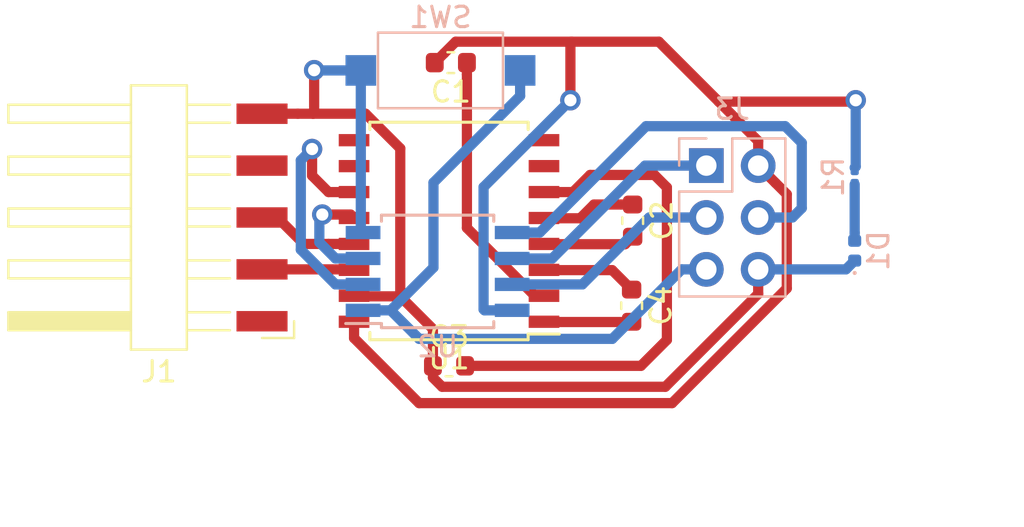
<source format=kicad_pcb>
(kicad_pcb (version 20171130) (host pcbnew 5.0.1-33cea8e~68~ubuntu18.04.1)

  (general
    (thickness 1.6)
    (drawings 6)
    (tracks 116)
    (zones 0)
    (modules 11)
    (nets 24)
  )

  (page A4)
  (layers
    (0 F.Cu signal)
    (31 B.Cu signal)
    (32 B.Adhes user)
    (33 F.Adhes user hide)
    (34 B.Paste user)
    (35 F.Paste user hide)
    (36 B.SilkS user)
    (37 F.SilkS user hide)
    (38 B.Mask user)
    (39 F.Mask user hide)
    (40 Dwgs.User user)
    (41 Cmts.User user)
    (42 Eco1.User user)
    (43 Eco2.User user)
    (44 Edge.Cuts user)
    (45 Margin user)
    (46 B.CrtYd user)
    (47 F.CrtYd user hide)
    (48 B.Fab user)
    (49 F.Fab user hide)
  )

  (setup
    (last_trace_width 0.5)
    (trace_clearance 0.3)
    (zone_clearance 0.508)
    (zone_45_only no)
    (trace_min 0.2)
    (segment_width 0.2)
    (edge_width 0.15)
    (via_size 1)
    (via_drill 0.6)
    (via_min_size 0.4)
    (via_min_drill 0.3)
    (uvia_size 0.3)
    (uvia_drill 0.1)
    (uvias_allowed no)
    (uvia_min_size 0.2)
    (uvia_min_drill 0.1)
    (pcb_text_width 0.3)
    (pcb_text_size 1.5 1.5)
    (mod_edge_width 0.15)
    (mod_text_size 1 1)
    (mod_text_width 0.15)
    (pad_size 1.524 1.524)
    (pad_drill 0.762)
    (pad_to_mask_clearance 0.051)
    (solder_mask_min_width 0.25)
    (aux_axis_origin 124.46 62.5348)
    (visible_elements FFFFFFFF)
    (pcbplotparams
      (layerselection 0x00000_ffffffff)
      (usegerberextensions false)
      (usegerberattributes false)
      (usegerberadvancedattributes false)
      (creategerberjobfile false)
      (excludeedgelayer true)
      (linewidth 0.100000)
      (plotframeref false)
      (viasonmask false)
      (mode 1)
      (useauxorigin true)
      (hpglpennumber 1)
      (hpglpenspeed 20)
      (hpglpendiameter 15.000000)
      (psnegative false)
      (psa4output false)
      (plotreference true)
      (plotvalue true)
      (plotinvisibletext false)
      (padsonsilk false)
      (subtractmaskfromsilk false)
      (outputformat 1)
      (mirror false)
      (drillshape 0)
      (scaleselection 1)
      (outputdirectory "gerber/"))
  )

  (net 0 "")
  (net 1 "Net-(C1-Pad2)")
  (net 2 "Net-(C1-Pad1)")
  (net 3 "Net-(C2-Pad1)")
  (net 4 "Net-(C2-Pad2)")
  (net 5 GND)
  (net 6 "Net-(C3-Pad2)")
  (net 7 "Net-(C4-Pad2)")
  (net 8 "Net-(C4-Pad1)")
  (net 9 "Net-(D1-Pad2)")
  (net 10 "Net-(J1-Pad2)")
  (net 11 "Net-(J3-Pad1)")
  (net 12 "Net-(J3-Pad3)")
  (net 13 "Net-(J3-Pad4)")
  (net 14 "Net-(J3-Pad5)")
  (net 15 "Net-(U1-Pad7)")
  (net 16 "Net-(U1-Pad8)")
  (net 17 "Net-(U1-Pad9)")
  (net 18 "Net-(U1-Pad10)")
  (net 19 "Net-(U1-Pad11)")
  (net 20 "Net-(U1-Pad12)")
  (net 21 "Net-(J1-Pad1)")
  (net 22 "Net-(J1-Pad3)")
  (net 23 "Net-(J1-Pad4)")

  (net_class Default "This is the default net class."
    (clearance 0.3)
    (trace_width 0.5)
    (via_dia 1)
    (via_drill 0.6)
    (uvia_dia 0.3)
    (uvia_drill 0.1)
    (add_net GND)
    (add_net "Net-(C1-Pad1)")
    (add_net "Net-(C1-Pad2)")
    (add_net "Net-(C2-Pad1)")
    (add_net "Net-(C2-Pad2)")
    (add_net "Net-(C3-Pad2)")
    (add_net "Net-(C4-Pad1)")
    (add_net "Net-(C4-Pad2)")
    (add_net "Net-(D1-Pad2)")
    (add_net "Net-(J1-Pad1)")
    (add_net "Net-(J1-Pad2)")
    (add_net "Net-(J1-Pad3)")
    (add_net "Net-(J1-Pad4)")
    (add_net "Net-(J3-Pad1)")
    (add_net "Net-(J3-Pad3)")
    (add_net "Net-(J3-Pad4)")
    (add_net "Net-(J3-Pad5)")
    (add_net "Net-(U1-Pad10)")
    (add_net "Net-(U1-Pad11)")
    (add_net "Net-(U1-Pad12)")
    (add_net "Net-(U1-Pad7)")
    (add_net "Net-(U1-Pad8)")
    (add_net "Net-(U1-Pad9)")
  )

  (module Capacitor_SMD:C_0603_1608Metric (layer F.Cu) (tedit 5B301BBE) (tstamp 5BE6DC12)
    (at 135.5725 45.4025 180)
    (descr "Capacitor SMD 0603 (1608 Metric), square (rectangular) end terminal, IPC_7351 nominal, (Body size source: http://www.tortai-tech.com/upload/download/2011102023233369053.pdf), generated with kicad-footprint-generator")
    (tags capacitor)
    (path /5BDA11D5)
    (attr smd)
    (fp_text reference C1 (at 0 -1.43 180) (layer F.SilkS)
      (effects (font (size 1 1) (thickness 0.15)))
    )
    (fp_text value C (at 0 1.43 180) (layer F.Fab)
      (effects (font (size 1 1) (thickness 0.15)))
    )
    (fp_text user %R (at 0 0 180) (layer F.Fab)
      (effects (font (size 0.4 0.4) (thickness 0.06)))
    )
    (fp_line (start 1.48 0.73) (end -1.48 0.73) (layer F.CrtYd) (width 0.05))
    (fp_line (start 1.48 -0.73) (end 1.48 0.73) (layer F.CrtYd) (width 0.05))
    (fp_line (start -1.48 -0.73) (end 1.48 -0.73) (layer F.CrtYd) (width 0.05))
    (fp_line (start -1.48 0.73) (end -1.48 -0.73) (layer F.CrtYd) (width 0.05))
    (fp_line (start -0.162779 0.51) (end 0.162779 0.51) (layer F.SilkS) (width 0.12))
    (fp_line (start -0.162779 -0.51) (end 0.162779 -0.51) (layer F.SilkS) (width 0.12))
    (fp_line (start 0.8 0.4) (end -0.8 0.4) (layer F.Fab) (width 0.1))
    (fp_line (start 0.8 -0.4) (end 0.8 0.4) (layer F.Fab) (width 0.1))
    (fp_line (start -0.8 -0.4) (end 0.8 -0.4) (layer F.Fab) (width 0.1))
    (fp_line (start -0.8 0.4) (end -0.8 -0.4) (layer F.Fab) (width 0.1))
    (pad 2 smd roundrect (at 0.7875 0 180) (size 0.875 0.95) (layers F.Cu F.Paste F.Mask) (roundrect_rratio 0.25)
      (net 1 "Net-(C1-Pad2)"))
    (pad 1 smd roundrect (at -0.7875 0 180) (size 0.875 0.95) (layers F.Cu F.Paste F.Mask) (roundrect_rratio 0.25)
      (net 2 "Net-(C1-Pad1)"))
    (model ${KISYS3DMOD}/Capacitor_SMD.3dshapes/C_0603_1608Metric.wrl
      (at (xyz 0 0 0))
      (scale (xyz 1 1 1))
      (rotate (xyz 0 0 0))
    )
  )

  (module Capacitor_SMD:C_0603_1608Metric (layer F.Cu) (tedit 5B301BBE) (tstamp 5BE6D1B4)
    (at 144.4752 53.1368 270)
    (descr "Capacitor SMD 0603 (1608 Metric), square (rectangular) end terminal, IPC_7351 nominal, (Body size source: http://www.tortai-tech.com/upload/download/2011102023233369053.pdf), generated with kicad-footprint-generator")
    (tags capacitor)
    (path /5BDA1179)
    (attr smd)
    (fp_text reference C2 (at 0 -1.43 270) (layer F.SilkS)
      (effects (font (size 1 1) (thickness 0.15)))
    )
    (fp_text value C (at 0 1.43 270) (layer F.Fab)
      (effects (font (size 1 1) (thickness 0.15)))
    )
    (fp_line (start -0.8 0.4) (end -0.8 -0.4) (layer F.Fab) (width 0.1))
    (fp_line (start -0.8 -0.4) (end 0.8 -0.4) (layer F.Fab) (width 0.1))
    (fp_line (start 0.8 -0.4) (end 0.8 0.4) (layer F.Fab) (width 0.1))
    (fp_line (start 0.8 0.4) (end -0.8 0.4) (layer F.Fab) (width 0.1))
    (fp_line (start -0.162779 -0.51) (end 0.162779 -0.51) (layer F.SilkS) (width 0.12))
    (fp_line (start -0.162779 0.51) (end 0.162779 0.51) (layer F.SilkS) (width 0.12))
    (fp_line (start -1.48 0.73) (end -1.48 -0.73) (layer F.CrtYd) (width 0.05))
    (fp_line (start -1.48 -0.73) (end 1.48 -0.73) (layer F.CrtYd) (width 0.05))
    (fp_line (start 1.48 -0.73) (end 1.48 0.73) (layer F.CrtYd) (width 0.05))
    (fp_line (start 1.48 0.73) (end -1.48 0.73) (layer F.CrtYd) (width 0.05))
    (fp_text user %R (at 0 0 270) (layer F.Fab)
      (effects (font (size 0.4 0.4) (thickness 0.06)))
    )
    (pad 1 smd roundrect (at -0.7875 0 270) (size 0.875 0.95) (layers F.Cu F.Paste F.Mask) (roundrect_rratio 0.25)
      (net 3 "Net-(C2-Pad1)"))
    (pad 2 smd roundrect (at 0.7875 0 270) (size 0.875 0.95) (layers F.Cu F.Paste F.Mask) (roundrect_rratio 0.25)
      (net 4 "Net-(C2-Pad2)"))
    (model ${KISYS3DMOD}/Capacitor_SMD.3dshapes/C_0603_1608Metric.wrl
      (at (xyz 0 0 0))
      (scale (xyz 1 1 1))
      (rotate (xyz 0 0 0))
    )
  )

  (module Capacitor_SMD:C_0603_1608Metric (layer F.Cu) (tedit 5B301BBE) (tstamp 5BE6D1C5)
    (at 135.4836 60.2488)
    (descr "Capacitor SMD 0603 (1608 Metric), square (rectangular) end terminal, IPC_7351 nominal, (Body size source: http://www.tortai-tech.com/upload/download/2011102023233369053.pdf), generated with kicad-footprint-generator")
    (tags capacitor)
    (path /5BDA107C)
    (attr smd)
    (fp_text reference C3 (at 0 -1.43) (layer F.SilkS)
      (effects (font (size 1 1) (thickness 0.15)))
    )
    (fp_text value C (at 0 1.43) (layer F.Fab)
      (effects (font (size 1 1) (thickness 0.15)))
    )
    (fp_line (start -0.8 0.4) (end -0.8 -0.4) (layer F.Fab) (width 0.1))
    (fp_line (start -0.8 -0.4) (end 0.8 -0.4) (layer F.Fab) (width 0.1))
    (fp_line (start 0.8 -0.4) (end 0.8 0.4) (layer F.Fab) (width 0.1))
    (fp_line (start 0.8 0.4) (end -0.8 0.4) (layer F.Fab) (width 0.1))
    (fp_line (start -0.162779 -0.51) (end 0.162779 -0.51) (layer F.SilkS) (width 0.12))
    (fp_line (start -0.162779 0.51) (end 0.162779 0.51) (layer F.SilkS) (width 0.12))
    (fp_line (start -1.48 0.73) (end -1.48 -0.73) (layer F.CrtYd) (width 0.05))
    (fp_line (start -1.48 -0.73) (end 1.48 -0.73) (layer F.CrtYd) (width 0.05))
    (fp_line (start 1.48 -0.73) (end 1.48 0.73) (layer F.CrtYd) (width 0.05))
    (fp_line (start 1.48 0.73) (end -1.48 0.73) (layer F.CrtYd) (width 0.05))
    (fp_text user %R (at 0 0) (layer F.Fab)
      (effects (font (size 0.4 0.4) (thickness 0.06)))
    )
    (pad 1 smd roundrect (at -0.7875 0) (size 0.875 0.95) (layers F.Cu F.Paste F.Mask) (roundrect_rratio 0.25)
      (net 5 GND))
    (pad 2 smd roundrect (at 0.7875 0) (size 0.875 0.95) (layers F.Cu F.Paste F.Mask) (roundrect_rratio 0.25)
      (net 6 "Net-(C3-Pad2)"))
    (model ${KISYS3DMOD}/Capacitor_SMD.3dshapes/C_0603_1608Metric.wrl
      (at (xyz 0 0 0))
      (scale (xyz 1 1 1))
      (rotate (xyz 0 0 0))
    )
  )

  (module Capacitor_SMD:C_0603_1608Metric (layer F.Cu) (tedit 5B301BBE) (tstamp 5BE6D1D6)
    (at 144.4244 57.3024 270)
    (descr "Capacitor SMD 0603 (1608 Metric), square (rectangular) end terminal, IPC_7351 nominal, (Body size source: http://www.tortai-tech.com/upload/download/2011102023233369053.pdf), generated with kicad-footprint-generator")
    (tags capacitor)
    (path /5BDA113C)
    (attr smd)
    (fp_text reference C4 (at 0 -1.43 270) (layer F.SilkS)
      (effects (font (size 1 1) (thickness 0.15)))
    )
    (fp_text value C (at 0 1.43 270) (layer F.Fab)
      (effects (font (size 1 1) (thickness 0.15)))
    )
    (fp_text user %R (at 0 0 270) (layer F.Fab)
      (effects (font (size 0.4 0.4) (thickness 0.06)))
    )
    (fp_line (start 1.48 0.73) (end -1.48 0.73) (layer F.CrtYd) (width 0.05))
    (fp_line (start 1.48 -0.73) (end 1.48 0.73) (layer F.CrtYd) (width 0.05))
    (fp_line (start -1.48 -0.73) (end 1.48 -0.73) (layer F.CrtYd) (width 0.05))
    (fp_line (start -1.48 0.73) (end -1.48 -0.73) (layer F.CrtYd) (width 0.05))
    (fp_line (start -0.162779 0.51) (end 0.162779 0.51) (layer F.SilkS) (width 0.12))
    (fp_line (start -0.162779 -0.51) (end 0.162779 -0.51) (layer F.SilkS) (width 0.12))
    (fp_line (start 0.8 0.4) (end -0.8 0.4) (layer F.Fab) (width 0.1))
    (fp_line (start 0.8 -0.4) (end 0.8 0.4) (layer F.Fab) (width 0.1))
    (fp_line (start -0.8 -0.4) (end 0.8 -0.4) (layer F.Fab) (width 0.1))
    (fp_line (start -0.8 0.4) (end -0.8 -0.4) (layer F.Fab) (width 0.1))
    (pad 2 smd roundrect (at 0.7875 0 270) (size 0.875 0.95) (layers F.Cu F.Paste F.Mask) (roundrect_rratio 0.25)
      (net 7 "Net-(C4-Pad2)"))
    (pad 1 smd roundrect (at -0.7875 0 270) (size 0.875 0.95) (layers F.Cu F.Paste F.Mask) (roundrect_rratio 0.25)
      (net 8 "Net-(C4-Pad1)"))
    (model ${KISYS3DMOD}/Capacitor_SMD.3dshapes/C_0603_1608Metric.wrl
      (at (xyz 0 0 0))
      (scale (xyz 1 1 1))
      (rotate (xyz 0 0 0))
    )
  )

  (module LED_SMD:LED_0402_1005Metric (layer B.Cu) (tedit 5B301BBE) (tstamp 5BE6F722)
    (at 155.3464 54.61 90)
    (descr "LED SMD 0402 (1005 Metric), square (rectangular) end terminal, IPC_7351 nominal, (Body size source: http://www.tortai-tech.com/upload/download/2011102023233369053.pdf), generated with kicad-footprint-generator")
    (tags LED)
    (path /5BDAC493)
    (attr smd)
    (fp_text reference D1 (at 0 1.17 90) (layer B.SilkS)
      (effects (font (size 1 1) (thickness 0.15)) (justify mirror))
    )
    (fp_text value LED (at 0 -1.17 90) (layer B.Fab)
      (effects (font (size 1 1) (thickness 0.15)) (justify mirror))
    )
    (fp_circle (center -1.09 0) (end -1.04 0) (layer B.SilkS) (width 0.1))
    (fp_line (start -0.5 -0.25) (end -0.5 0.25) (layer B.Fab) (width 0.1))
    (fp_line (start -0.5 0.25) (end 0.5 0.25) (layer B.Fab) (width 0.1))
    (fp_line (start 0.5 0.25) (end 0.5 -0.25) (layer B.Fab) (width 0.1))
    (fp_line (start 0.5 -0.25) (end -0.5 -0.25) (layer B.Fab) (width 0.1))
    (fp_line (start -0.4 -0.25) (end -0.4 0.25) (layer B.Fab) (width 0.1))
    (fp_line (start -0.3 -0.25) (end -0.3 0.25) (layer B.Fab) (width 0.1))
    (fp_line (start -0.93 -0.47) (end -0.93 0.47) (layer B.CrtYd) (width 0.05))
    (fp_line (start -0.93 0.47) (end 0.93 0.47) (layer B.CrtYd) (width 0.05))
    (fp_line (start 0.93 0.47) (end 0.93 -0.47) (layer B.CrtYd) (width 0.05))
    (fp_line (start 0.93 -0.47) (end -0.93 -0.47) (layer B.CrtYd) (width 0.05))
    (fp_text user %R (at 0 0 90) (layer B.Fab)
      (effects (font (size 0.25 0.25) (thickness 0.04)) (justify mirror))
    )
    (pad 1 smd roundrect (at -0.485 0 90) (size 0.59 0.64) (layers B.Cu B.Paste B.Mask) (roundrect_rratio 0.25)
      (net 5 GND))
    (pad 2 smd roundrect (at 0.485 0 90) (size 0.59 0.64) (layers B.Cu B.Paste B.Mask) (roundrect_rratio 0.25)
      (net 9 "Net-(D1-Pad2)"))
    (model ${KISYS3DMOD}/LED_SMD.3dshapes/LED_0402_1005Metric.wrl
      (at (xyz 0 0 0))
      (scale (xyz 1 1 1))
      (rotate (xyz 0 0 0))
    )
  )

  (module Resistor_SMD:R_0201_0603Metric (layer B.Cu) (tedit 5B301BBD) (tstamp 5BE6E275)
    (at 155.3464 51.0032 270)
    (descr "Resistor SMD 0201 (0603 Metric), square (rectangular) end terminal, IPC_7351 nominal, (Body size source: https://www.vishay.com/docs/20052/crcw0201e3.pdf), generated with kicad-footprint-generator")
    (tags resistor)
    (path /5BDAC5B4)
    (attr smd)
    (fp_text reference R1 (at 0 1.05 270) (layer B.SilkS)
      (effects (font (size 1 1) (thickness 0.15)) (justify mirror))
    )
    (fp_text value R (at 0 -1.05 270) (layer B.Fab)
      (effects (font (size 1 1) (thickness 0.15)) (justify mirror))
    )
    (fp_line (start -0.3 -0.15) (end -0.3 0.15) (layer B.Fab) (width 0.1))
    (fp_line (start -0.3 0.15) (end 0.3 0.15) (layer B.Fab) (width 0.1))
    (fp_line (start 0.3 0.15) (end 0.3 -0.15) (layer B.Fab) (width 0.1))
    (fp_line (start 0.3 -0.15) (end -0.3 -0.15) (layer B.Fab) (width 0.1))
    (fp_line (start -0.7 -0.35) (end -0.7 0.35) (layer B.CrtYd) (width 0.05))
    (fp_line (start -0.7 0.35) (end 0.7 0.35) (layer B.CrtYd) (width 0.05))
    (fp_line (start 0.7 0.35) (end 0.7 -0.35) (layer B.CrtYd) (width 0.05))
    (fp_line (start 0.7 -0.35) (end -0.7 -0.35) (layer B.CrtYd) (width 0.05))
    (fp_text user %R (at 0 0.68 270) (layer B.Fab)
      (effects (font (size 0.25 0.25) (thickness 0.04)) (justify mirror))
    )
    (pad "" smd roundrect (at -0.345 0 270) (size 0.318 0.36) (layers B.Paste) (roundrect_rratio 0.25))
    (pad "" smd roundrect (at 0.345 0 270) (size 0.318 0.36) (layers B.Paste) (roundrect_rratio 0.25))
    (pad 1 smd roundrect (at -0.32 0 270) (size 0.46 0.4) (layers B.Cu B.Mask) (roundrect_rratio 0.25)
      (net 1 "Net-(C1-Pad2)"))
    (pad 2 smd roundrect (at 0.32 0 270) (size 0.46 0.4) (layers B.Cu B.Mask) (roundrect_rratio 0.25)
      (net 9 "Net-(D1-Pad2)"))
    (model ${KISYS3DMOD}/Resistor_SMD.3dshapes/R_0201_0603Metric.wrl
      (at (xyz 0 0 0))
      (scale (xyz 1 1 1))
      (rotate (xyz 0 0 0))
    )
  )

  (module Button_Switch_SMD:SW_SPST_CK_RS282G05A3 (layer B.Cu) (tedit 5A7A67D2) (tstamp 5BE6D29B)
    (at 135.0645 45.7835 180)
    (descr https://www.mouser.com/ds/2/60/RS-282G05A-SM_RT-1159762.pdf)
    (tags "SPST button tactile switch")
    (path /5BDAC8D8)
    (attr smd)
    (fp_text reference SW1 (at 0 2.6 180) (layer B.SilkS)
      (effects (font (size 1 1) (thickness 0.15)) (justify mirror))
    )
    (fp_text value SW_Push (at 0 -3 180) (layer B.Fab)
      (effects (font (size 1 1) (thickness 0.15)) (justify mirror))
    )
    (fp_line (start -4.9 -2.05) (end -4.9 2.05) (layer B.CrtYd) (width 0.05))
    (fp_line (start 4.9 -2.05) (end -4.9 -2.05) (layer B.CrtYd) (width 0.05))
    (fp_line (start 4.9 2.05) (end 4.9 -2.05) (layer B.CrtYd) (width 0.05))
    (fp_line (start -4.9 2.05) (end 4.9 2.05) (layer B.CrtYd) (width 0.05))
    (fp_text user %R (at 0 2.6 180) (layer B.Fab)
      (effects (font (size 1 1) (thickness 0.15)) (justify mirror))
    )
    (fp_line (start -1.75 1) (end 1.75 1) (layer B.Fab) (width 0.1))
    (fp_line (start 1.75 1) (end 1.75 -1) (layer B.Fab) (width 0.1))
    (fp_line (start 1.75 -1) (end -1.75 -1) (layer B.Fab) (width 0.1))
    (fp_line (start -1.75 -1) (end -1.75 1) (layer B.Fab) (width 0.1))
    (fp_line (start -3.06 1.85) (end 3.06 1.85) (layer B.SilkS) (width 0.12))
    (fp_line (start 3.06 1.85) (end 3.06 -1.85) (layer B.SilkS) (width 0.12))
    (fp_line (start 3.06 -1.85) (end -3.06 -1.85) (layer B.SilkS) (width 0.12))
    (fp_line (start -3.06 -1.85) (end -3.06 1.85) (layer B.SilkS) (width 0.12))
    (fp_line (start -1.5 -0.8) (end 1.5 -0.8) (layer B.Fab) (width 0.1))
    (fp_line (start -1.5 0.8) (end 1.5 0.8) (layer B.Fab) (width 0.1))
    (fp_line (start 1.5 0.8) (end 1.5 -0.8) (layer B.Fab) (width 0.1))
    (fp_line (start -1.5 0.8) (end -1.5 -0.8) (layer B.Fab) (width 0.1))
    (fp_line (start -3 -1.8) (end 3 -1.8) (layer B.Fab) (width 0.1))
    (fp_line (start -3 1.8) (end 3 1.8) (layer B.Fab) (width 0.1))
    (fp_line (start -3 1.8) (end -3 -1.8) (layer B.Fab) (width 0.1))
    (fp_line (start 3 1.8) (end 3 -1.8) (layer B.Fab) (width 0.1))
    (pad 1 smd rect (at -3.9 0 180) (size 1.5 1.5) (layers B.Cu B.Paste B.Mask)
      (net 14 "Net-(J3-Pad5)"))
    (pad 2 smd rect (at 3.9 0 180) (size 1.5 1.5) (layers B.Cu B.Paste B.Mask)
      (net 5 GND))
    (model ${KISYS3DMOD}/Button_Switch_SMD.3dshapes/SW_SPST_CK_RS282G05A3.wrl
      (at (xyz 0 0 0))
      (scale (xyz 1 1 1))
      (rotate (xyz 0 0 0))
    )
  )

  (module Package_SO:SOIJ-8_5.3x5.3mm_P1.27mm (layer B.Cu) (tedit 5A02F2D3) (tstamp 5BE6D797)
    (at 134.9248 55.626)
    (descr "8-Lead Plastic Small Outline (SM) - Medium, 5.28 mm Body [SOIC] (see Microchip Packaging Specification 00000049BS.pdf)")
    (tags "SOIC 1.27")
    (path /5BDA078C)
    (attr smd)
    (fp_text reference U2 (at 0 3.68) (layer B.SilkS)
      (effects (font (size 1 1) (thickness 0.15)) (justify mirror))
    )
    (fp_text value ATtiny85V-10SU (at 0 -3.68) (layer B.Fab)
      (effects (font (size 1 1) (thickness 0.15)) (justify mirror))
    )
    (fp_text user %R (at 0 0) (layer B.Fab)
      (effects (font (size 1 1) (thickness 0.15)) (justify mirror))
    )
    (fp_line (start -1.65 2.65) (end 2.65 2.65) (layer B.Fab) (width 0.15))
    (fp_line (start 2.65 2.65) (end 2.65 -2.65) (layer B.Fab) (width 0.15))
    (fp_line (start 2.65 -2.65) (end -2.65 -2.65) (layer B.Fab) (width 0.15))
    (fp_line (start -2.65 -2.65) (end -2.65 1.65) (layer B.Fab) (width 0.15))
    (fp_line (start -2.65 1.65) (end -1.65 2.65) (layer B.Fab) (width 0.15))
    (fp_line (start -4.75 2.95) (end -4.75 -2.95) (layer B.CrtYd) (width 0.05))
    (fp_line (start 4.75 2.95) (end 4.75 -2.95) (layer B.CrtYd) (width 0.05))
    (fp_line (start -4.75 2.95) (end 4.75 2.95) (layer B.CrtYd) (width 0.05))
    (fp_line (start -4.75 -2.95) (end 4.75 -2.95) (layer B.CrtYd) (width 0.05))
    (fp_line (start -2.75 2.755) (end -2.75 2.55) (layer B.SilkS) (width 0.15))
    (fp_line (start 2.75 2.755) (end 2.75 2.455) (layer B.SilkS) (width 0.15))
    (fp_line (start 2.75 -2.755) (end 2.75 -2.455) (layer B.SilkS) (width 0.15))
    (fp_line (start -2.75 -2.755) (end -2.75 -2.455) (layer B.SilkS) (width 0.15))
    (fp_line (start -2.75 2.755) (end 2.75 2.755) (layer B.SilkS) (width 0.15))
    (fp_line (start -2.75 -2.755) (end 2.75 -2.755) (layer B.SilkS) (width 0.15))
    (fp_line (start -2.75 2.55) (end -4.5 2.55) (layer B.SilkS) (width 0.15))
    (pad 1 smd rect (at -3.65 1.905) (size 1.7 0.65) (layers B.Cu B.Paste B.Mask)
      (net 14 "Net-(J3-Pad5)"))
    (pad 2 smd rect (at -3.65 0.635) (size 1.7 0.65) (layers B.Cu B.Paste B.Mask)
      (net 19 "Net-(U1-Pad11)"))
    (pad 3 smd rect (at -3.65 -0.635) (size 1.7 0.65) (layers B.Cu B.Paste B.Mask)
      (net 20 "Net-(U1-Pad12)"))
    (pad 4 smd rect (at -3.65 -1.905) (size 1.7 0.65) (layers B.Cu B.Paste B.Mask)
      (net 5 GND))
    (pad 5 smd rect (at 3.65 -1.905) (size 1.7 0.65) (layers B.Cu B.Paste B.Mask)
      (net 13 "Net-(J3-Pad4)"))
    (pad 6 smd rect (at 3.65 -0.635) (size 1.7 0.65) (layers B.Cu B.Paste B.Mask)
      (net 11 "Net-(J3-Pad1)"))
    (pad 7 smd rect (at 3.65 0.635) (size 1.7 0.65) (layers B.Cu B.Paste B.Mask)
      (net 12 "Net-(J3-Pad3)"))
    (pad 8 smd rect (at 3.65 1.905) (size 1.7 0.65) (layers B.Cu B.Paste B.Mask)
      (net 1 "Net-(C1-Pad2)"))
    (model ${KISYS3DMOD}/Package_SO.3dshapes/SOIJ-8_5.3x5.3mm_P1.27mm.wrl
      (at (xyz 0 0 0))
      (scale (xyz 1 1 1))
      (rotate (xyz 0 0 0))
    )
  )

  (module Connector_PinSocket_2.54mm:PinSocket_2x03_P2.54mm_Vertical (layer B.Cu) (tedit 5A19A425) (tstamp 5BE6EE41)
    (at 148.082 50.4444 180)
    (descr "Through hole straight socket strip, 2x03, 2.54mm pitch, double cols (from Kicad 4.0.7), script generated")
    (tags "Through hole socket strip THT 2x03 2.54mm double row")
    (path /5BDA0BD7)
    (fp_text reference J3 (at -1.27 2.77 180) (layer B.SilkS)
      (effects (font (size 1 1) (thickness 0.15)) (justify mirror))
    )
    (fp_text value ISP (at -1.27 -7.85 180) (layer B.Fab)
      (effects (font (size 1 1) (thickness 0.15)) (justify mirror))
    )
    (fp_line (start -3.81 1.27) (end 0.27 1.27) (layer B.Fab) (width 0.1))
    (fp_line (start 0.27 1.27) (end 1.27 0.27) (layer B.Fab) (width 0.1))
    (fp_line (start 1.27 0.27) (end 1.27 -6.35) (layer B.Fab) (width 0.1))
    (fp_line (start 1.27 -6.35) (end -3.81 -6.35) (layer B.Fab) (width 0.1))
    (fp_line (start -3.81 -6.35) (end -3.81 1.27) (layer B.Fab) (width 0.1))
    (fp_line (start -3.87 1.33) (end -1.27 1.33) (layer B.SilkS) (width 0.12))
    (fp_line (start -3.87 1.33) (end -3.87 -6.41) (layer B.SilkS) (width 0.12))
    (fp_line (start -3.87 -6.41) (end 1.33 -6.41) (layer B.SilkS) (width 0.12))
    (fp_line (start 1.33 -1.27) (end 1.33 -6.41) (layer B.SilkS) (width 0.12))
    (fp_line (start -1.27 -1.27) (end 1.33 -1.27) (layer B.SilkS) (width 0.12))
    (fp_line (start -1.27 1.33) (end -1.27 -1.27) (layer B.SilkS) (width 0.12))
    (fp_line (start 1.33 1.33) (end 1.33 0) (layer B.SilkS) (width 0.12))
    (fp_line (start 0 1.33) (end 1.33 1.33) (layer B.SilkS) (width 0.12))
    (fp_line (start -4.34 1.8) (end 1.76 1.8) (layer B.CrtYd) (width 0.05))
    (fp_line (start 1.76 1.8) (end 1.76 -6.85) (layer B.CrtYd) (width 0.05))
    (fp_line (start 1.76 -6.85) (end -4.34 -6.85) (layer B.CrtYd) (width 0.05))
    (fp_line (start -4.34 -6.85) (end -4.34 1.8) (layer B.CrtYd) (width 0.05))
    (fp_text user %R (at -1.27 -2.54 90) (layer B.Fab)
      (effects (font (size 1 1) (thickness 0.15)) (justify mirror))
    )
    (pad 1 thru_hole rect (at 0 0 180) (size 1.7 1.7) (drill 1) (layers *.Cu *.Mask)
      (net 11 "Net-(J3-Pad1)"))
    (pad 2 thru_hole oval (at -2.54 0 180) (size 1.7 1.7) (drill 1) (layers *.Cu *.Mask)
      (net 1 "Net-(C1-Pad2)"))
    (pad 3 thru_hole oval (at 0 -2.54 180) (size 1.7 1.7) (drill 1) (layers *.Cu *.Mask)
      (net 12 "Net-(J3-Pad3)"))
    (pad 4 thru_hole oval (at -2.54 -2.54 180) (size 1.7 1.7) (drill 1) (layers *.Cu *.Mask)
      (net 13 "Net-(J3-Pad4)"))
    (pad 5 thru_hole oval (at 0 -5.08 180) (size 1.7 1.7) (drill 1) (layers *.Cu *.Mask)
      (net 14 "Net-(J3-Pad5)"))
    (pad 6 thru_hole oval (at -2.54 -5.08 180) (size 1.7 1.7) (drill 1) (layers *.Cu *.Mask)
      (net 5 GND))
    (model ${KISYS3DMOD}/Connector_PinSocket_2.54mm.3dshapes/PinSocket_2x03_P2.54mm_Vertical.wrl
      (at (xyz 0 0 0))
      (scale (xyz 1 1 1))
      (rotate (xyz 0 0 0))
    )
  )

  (module Connector_Harwin:Harwin_M20-89005xx_1x05_P2.54mm_Horizontal (layer F.Cu) (tedit 5B154A07) (tstamp 5BE6EFD6)
    (at 120.8024 52.9844 180)
    (descr "Harwin Male Horizontal Surface Mount Single Row 2.54mm (0.1 inch) Pitch PCB Connector, M20-89005xx, 5 Pins per row (https://cdn.harwin.com/pdfs/M20-890.pdf), generated with kicad-footprint-generator")
    (tags "connector Harwin M20-890 horizontal")
    (path /5BDBDA72)
    (attr smd)
    (fp_text reference J1 (at -0.48 -7.55 180) (layer F.SilkS)
      (effects (font (size 1 1) (thickness 0.15)))
    )
    (fp_text value rs232 (at -0.48 7.55 180) (layer F.Fab)
      (effects (font (size 1 1) (thickness 0.15)))
    )
    (fp_text user %R (at -0.48 0 270) (layer F.Fab)
      (effects (font (size 1 1) (thickness 0.15)))
    )
    (fp_line (start -7.28 6.85) (end -7.28 -6.85) (layer F.CrtYd) (width 0.05))
    (fp_line (start 7.28 6.85) (end -7.28 6.85) (layer F.CrtYd) (width 0.05))
    (fp_line (start 7.28 -6.85) (end 7.28 6.85) (layer F.CrtYd) (width 0.05))
    (fp_line (start -7.28 -6.85) (end 7.28 -6.85) (layer F.CrtYd) (width 0.05))
    (fp_line (start -7.095 -5.9) (end -5.525 -5.9) (layer F.SilkS) (width 0.12))
    (fp_line (start -7.095 -5.08) (end -7.095 -5.9) (layer F.SilkS) (width 0.12))
    (fp_line (start 6.895 5.52) (end 0.895 5.52) (layer F.SilkS) (width 0.12))
    (fp_line (start 6.895 4.64) (end 6.895 5.52) (layer F.SilkS) (width 0.12))
    (fp_line (start 0.895 4.64) (end 6.895 4.64) (layer F.SilkS) (width 0.12))
    (fp_line (start -3.955 5.52) (end -1.845 5.52) (layer F.SilkS) (width 0.12))
    (fp_line (start -3.955 4.64) (end -1.845 4.64) (layer F.SilkS) (width 0.12))
    (fp_line (start 6.895 2.98) (end 0.895 2.98) (layer F.SilkS) (width 0.12))
    (fp_line (start 6.895 2.1) (end 6.895 2.98) (layer F.SilkS) (width 0.12))
    (fp_line (start 0.895 2.1) (end 6.895 2.1) (layer F.SilkS) (width 0.12))
    (fp_line (start -3.955 2.98) (end -1.845 2.98) (layer F.SilkS) (width 0.12))
    (fp_line (start -3.955 2.1) (end -1.845 2.1) (layer F.SilkS) (width 0.12))
    (fp_line (start 6.895 0.44) (end 0.895 0.44) (layer F.SilkS) (width 0.12))
    (fp_line (start 6.895 -0.44) (end 6.895 0.44) (layer F.SilkS) (width 0.12))
    (fp_line (start 0.895 -0.44) (end 6.895 -0.44) (layer F.SilkS) (width 0.12))
    (fp_line (start -3.955 0.44) (end -1.845 0.44) (layer F.SilkS) (width 0.12))
    (fp_line (start -3.955 -0.44) (end -1.845 -0.44) (layer F.SilkS) (width 0.12))
    (fp_line (start 6.895 -2.1) (end 0.895 -2.1) (layer F.SilkS) (width 0.12))
    (fp_line (start 6.895 -2.98) (end 6.895 -2.1) (layer F.SilkS) (width 0.12))
    (fp_line (start 0.895 -2.98) (end 6.895 -2.98) (layer F.SilkS) (width 0.12))
    (fp_line (start -3.955 -2.1) (end -1.845 -2.1) (layer F.SilkS) (width 0.12))
    (fp_line (start -3.955 -2.98) (end -1.845 -2.98) (layer F.SilkS) (width 0.12))
    (fp_line (start 6.895 -4.64) (end 0.895 -4.64) (layer F.SilkS) (width 0.12))
    (fp_line (start 6.895 -5.52) (end 6.895 -4.64) (layer F.SilkS) (width 0.12))
    (fp_line (start 0.895 -5.52) (end 6.895 -5.52) (layer F.SilkS) (width 0.12))
    (fp_line (start -3.955 -4.64) (end -1.845 -4.64) (layer F.SilkS) (width 0.12))
    (fp_line (start -3.955 -5.52) (end -1.845 -5.52) (layer F.SilkS) (width 0.12))
    (fp_line (start -1.845 6.47) (end -1.845 -6.47) (layer F.SilkS) (width 0.12))
    (fp_line (start 0.895 6.47) (end -1.845 6.47) (layer F.SilkS) (width 0.12))
    (fp_line (start 0.895 -6.47) (end 0.895 6.47) (layer F.SilkS) (width 0.12))
    (fp_line (start -1.845 -6.47) (end 0.895 -6.47) (layer F.SilkS) (width 0.12))
    (fp_line (start -1.725 6.35) (end -1.725 -5.95) (layer F.Fab) (width 0.1))
    (fp_line (start 0.775 6.35) (end -1.725 6.35) (layer F.Fab) (width 0.1))
    (fp_line (start 0.775 -6.35) (end 0.775 6.35) (layer F.Fab) (width 0.1))
    (fp_line (start -1.325 -6.35) (end 0.775 -6.35) (layer F.Fab) (width 0.1))
    (fp_line (start -1.725 -5.95) (end -1.325 -6.35) (layer F.Fab) (width 0.1))
    (fp_line (start 6.775 5.4) (end 0.775 5.4) (layer F.Fab) (width 0.1))
    (fp_line (start 6.775 4.76) (end 6.775 5.4) (layer F.Fab) (width 0.1))
    (fp_line (start 0.775 4.76) (end 6.775 4.76) (layer F.Fab) (width 0.1))
    (fp_line (start -6.425 5.4) (end -1.725 5.4) (layer F.Fab) (width 0.1))
    (fp_line (start -6.425 4.76) (end -6.425 5.4) (layer F.Fab) (width 0.1))
    (fp_line (start -1.725 4.76) (end -6.425 4.76) (layer F.Fab) (width 0.1))
    (fp_line (start 6.775 2.86) (end 0.775 2.86) (layer F.Fab) (width 0.1))
    (fp_line (start 6.775 2.22) (end 6.775 2.86) (layer F.Fab) (width 0.1))
    (fp_line (start 0.775 2.22) (end 6.775 2.22) (layer F.Fab) (width 0.1))
    (fp_line (start -6.425 2.86) (end -1.725 2.86) (layer F.Fab) (width 0.1))
    (fp_line (start -6.425 2.22) (end -6.425 2.86) (layer F.Fab) (width 0.1))
    (fp_line (start -1.725 2.22) (end -6.425 2.22) (layer F.Fab) (width 0.1))
    (fp_line (start 6.775 0.32) (end 0.775 0.32) (layer F.Fab) (width 0.1))
    (fp_line (start 6.775 -0.32) (end 6.775 0.32) (layer F.Fab) (width 0.1))
    (fp_line (start 0.775 -0.32) (end 6.775 -0.32) (layer F.Fab) (width 0.1))
    (fp_line (start -6.425 0.32) (end -1.725 0.32) (layer F.Fab) (width 0.1))
    (fp_line (start -6.425 -0.32) (end -6.425 0.32) (layer F.Fab) (width 0.1))
    (fp_line (start -1.725 -0.32) (end -6.425 -0.32) (layer F.Fab) (width 0.1))
    (fp_line (start 6.775 -2.22) (end 0.775 -2.22) (layer F.Fab) (width 0.1))
    (fp_line (start 6.775 -2.86) (end 6.775 -2.22) (layer F.Fab) (width 0.1))
    (fp_line (start 0.775 -2.86) (end 6.775 -2.86) (layer F.Fab) (width 0.1))
    (fp_line (start -6.425 -2.22) (end -1.725 -2.22) (layer F.Fab) (width 0.1))
    (fp_line (start -6.425 -2.86) (end -6.425 -2.22) (layer F.Fab) (width 0.1))
    (fp_line (start -1.725 -2.86) (end -6.425 -2.86) (layer F.Fab) (width 0.1))
    (fp_line (start 6.775 -4.76) (end 0.775 -4.76) (layer F.Fab) (width 0.1))
    (fp_line (start 6.775 -5.4) (end 6.775 -4.76) (layer F.Fab) (width 0.1))
    (fp_line (start 0.775 -5.4) (end 6.775 -5.4) (layer F.Fab) (width 0.1))
    (fp_line (start -6.425 -4.76) (end -1.725 -4.76) (layer F.Fab) (width 0.1))
    (fp_line (start -6.425 -5.4) (end -6.425 -4.76) (layer F.Fab) (width 0.1))
    (fp_line (start -1.725 -5.4) (end -6.425 -5.4) (layer F.Fab) (width 0.1))
    (pad "" smd rect (at 3.895 -5.08 180) (size 6 0.76) (layers F.SilkS))
    (pad 5 smd rect (at -5.525 5.08 180) (size 2.5 1) (layers F.Cu F.Paste F.Mask)
      (net 5 GND))
    (pad 4 smd rect (at -5.525 2.54 180) (size 2.5 1) (layers F.Cu F.Paste F.Mask)
      (net 23 "Net-(J1-Pad4)"))
    (pad 3 smd rect (at -5.525 0 180) (size 2.5 1) (layers F.Cu F.Paste F.Mask)
      (net 22 "Net-(J1-Pad3)"))
    (pad 2 smd rect (at -5.525 -2.54 180) (size 2.5 1) (layers F.Cu F.Paste F.Mask)
      (net 10 "Net-(J1-Pad2)"))
    (pad 1 smd rect (at -5.525 -5.08 180) (size 2.5 1) (layers F.Cu F.Paste F.Mask)
      (net 21 "Net-(J1-Pad1)"))
    (model ${KISYS3DMOD}/Connector_Harwin.3dshapes/Harwin_M20-89005xx_1x05_P2.54mm_Horizontal.wrl
      (at (xyz 0 0 0))
      (scale (xyz 1 1 1))
      (rotate (xyz 0 0 0))
    )
  )

  (module Package_SO:SOIC-16W_7.5x10.3mm_P1.27mm (layer F.Cu) (tedit 5A02F2D3) (tstamp 5BE6FE73)
    (at 135.4836 53.6448 180)
    (descr "16-Lead Plastic Small Outline (SO) - Wide, 7.50 mm Body [SOIC] (see Microchip Packaging Specification 00000049BS.pdf)")
    (tags "SOIC 1.27")
    (path /5BDA04B2)
    (attr smd)
    (fp_text reference U1 (at 0 -6.25 180) (layer F.SilkS)
      (effects (font (size 1 1) (thickness 0.15)))
    )
    (fp_text value MAX232 (at 0 6.25 180) (layer F.Fab)
      (effects (font (size 1 1) (thickness 0.15)))
    )
    (fp_text user %R (at 0 0 180) (layer F.Fab)
      (effects (font (size 1 1) (thickness 0.15)))
    )
    (fp_line (start -2.75 -5.15) (end 3.75 -5.15) (layer F.Fab) (width 0.15))
    (fp_line (start 3.75 -5.15) (end 3.75 5.15) (layer F.Fab) (width 0.15))
    (fp_line (start 3.75 5.15) (end -3.75 5.15) (layer F.Fab) (width 0.15))
    (fp_line (start -3.75 5.15) (end -3.75 -4.15) (layer F.Fab) (width 0.15))
    (fp_line (start -3.75 -4.15) (end -2.75 -5.15) (layer F.Fab) (width 0.15))
    (fp_line (start -5.65 -5.5) (end -5.65 5.5) (layer F.CrtYd) (width 0.05))
    (fp_line (start 5.65 -5.5) (end 5.65 5.5) (layer F.CrtYd) (width 0.05))
    (fp_line (start -5.65 -5.5) (end 5.65 -5.5) (layer F.CrtYd) (width 0.05))
    (fp_line (start -5.65 5.5) (end 5.65 5.5) (layer F.CrtYd) (width 0.05))
    (fp_line (start -3.875 -5.325) (end -3.875 -5.05) (layer F.SilkS) (width 0.15))
    (fp_line (start 3.875 -5.325) (end 3.875 -4.97) (layer F.SilkS) (width 0.15))
    (fp_line (start 3.875 5.325) (end 3.875 4.97) (layer F.SilkS) (width 0.15))
    (fp_line (start -3.875 5.325) (end -3.875 4.97) (layer F.SilkS) (width 0.15))
    (fp_line (start -3.875 -5.325) (end 3.875 -5.325) (layer F.SilkS) (width 0.15))
    (fp_line (start -3.875 5.325) (end 3.875 5.325) (layer F.SilkS) (width 0.15))
    (fp_line (start -3.875 -5.05) (end -5.4 -5.05) (layer F.SilkS) (width 0.15))
    (pad 1 smd rect (at -4.65 -4.445 180) (size 1.5 0.6) (layers F.Cu F.Paste F.Mask)
      (net 7 "Net-(C4-Pad2)"))
    (pad 2 smd rect (at -4.65 -3.175 180) (size 1.5 0.6) (layers F.Cu F.Paste F.Mask)
      (net 2 "Net-(C1-Pad1)"))
    (pad 3 smd rect (at -4.65 -1.905 180) (size 1.5 0.6) (layers F.Cu F.Paste F.Mask)
      (net 8 "Net-(C4-Pad1)"))
    (pad 4 smd rect (at -4.65 -0.635 180) (size 1.5 0.6) (layers F.Cu F.Paste F.Mask)
      (net 4 "Net-(C2-Pad2)"))
    (pad 5 smd rect (at -4.65 0.635 180) (size 1.5 0.6) (layers F.Cu F.Paste F.Mask)
      (net 3 "Net-(C2-Pad1)"))
    (pad 6 smd rect (at -4.65 1.905 180) (size 1.5 0.6) (layers F.Cu F.Paste F.Mask)
      (net 6 "Net-(C3-Pad2)"))
    (pad 7 smd rect (at -4.65 3.175 180) (size 1.5 0.6) (layers F.Cu F.Paste F.Mask)
      (net 15 "Net-(U1-Pad7)"))
    (pad 8 smd rect (at -4.65 4.445 180) (size 1.5 0.6) (layers F.Cu F.Paste F.Mask)
      (net 16 "Net-(U1-Pad8)"))
    (pad 9 smd rect (at 4.65 4.445 180) (size 1.5 0.6) (layers F.Cu F.Paste F.Mask)
      (net 17 "Net-(U1-Pad9)"))
    (pad 10 smd rect (at 4.65 3.175 180) (size 1.5 0.6) (layers F.Cu F.Paste F.Mask)
      (net 18 "Net-(U1-Pad10)"))
    (pad 11 smd rect (at 4.65 1.905 180) (size 1.5 0.6) (layers F.Cu F.Paste F.Mask)
      (net 19 "Net-(U1-Pad11)"))
    (pad 12 smd rect (at 4.65 0.635 180) (size 1.5 0.6) (layers F.Cu F.Paste F.Mask)
      (net 20 "Net-(U1-Pad12)"))
    (pad 13 smd rect (at 4.65 -0.635 180) (size 1.5 0.6) (layers F.Cu F.Paste F.Mask)
      (net 22 "Net-(J1-Pad3)"))
    (pad 14 smd rect (at 4.65 -1.905 180) (size 1.5 0.6) (layers F.Cu F.Paste F.Mask)
      (net 10 "Net-(J1-Pad2)"))
    (pad 15 smd rect (at 4.65 -3.175 180) (size 1.5 0.6) (layers F.Cu F.Paste F.Mask)
      (net 5 GND))
    (pad 16 smd rect (at 4.65 -4.445 180) (size 1.5 0.6) (layers F.Cu F.Paste F.Mask)
      (net 1 "Net-(C1-Pad2)"))
    (model ${KISYS3DMOD}/Package_SO.3dshapes/SOIC-16W_7.5x10.3mm_P1.27mm.wrl
      (at (xyz 0 0 0))
      (scale (xyz 1 1 1))
      (rotate (xyz 0 0 0))
    )
  )

  (dimension 18.8976 (width 0.3) (layer Margin)
    (gr_text "18,898 mm" (at 161.7136 53.086 90) (layer Margin)
      (effects (font (size 1.5 1.5) (thickness 0.3)))
    )
    (feature1 (pts (xy 157.0228 43.6372) (xy 160.200021 43.6372)))
    (feature2 (pts (xy 157.0228 62.5348) (xy 160.200021 62.5348)))
    (crossbar (pts (xy 159.6136 62.5348) (xy 159.6136 43.6372)))
    (arrow1a (pts (xy 159.6136 43.6372) (xy 160.200021 44.763704)))
    (arrow1b (pts (xy 159.6136 43.6372) (xy 159.027179 44.763704)))
    (arrow2a (pts (xy 159.6136 62.5348) (xy 160.200021 61.408296)))
    (arrow2b (pts (xy 159.6136 62.5348) (xy 159.027179 61.408296)))
  )
  (dimension 31.496041 (width 0.3) (layer Margin)
    (gr_text "31,496 mm" (at 140.198468 69.486105 359.9075875) (layer Margin)
      (effects (font (size 1.5 1.5) (thickness 0.3)))
    )
    (feature1 (pts (xy 155.956 63.6016) (xy 155.948909 67.997928)))
    (feature2 (pts (xy 124.46 63.5508) (xy 124.452909 67.947128)))
    (crossbar (pts (xy 124.453855 67.360708) (xy 155.949855 67.411508)))
    (arrow1a (pts (xy 155.949855 67.411508) (xy 154.822407 67.996111)))
    (arrow1b (pts (xy 155.949855 67.411508) (xy 154.824299 66.823271)))
    (arrow2a (pts (xy 124.453855 67.360708) (xy 125.579411 67.948945)))
    (arrow2b (pts (xy 124.453855 67.360708) (xy 125.581303 66.776105)))
  )
  (gr_line (start 155.9052 62.5348) (end 124.4092 62.5856) (layer Margin) (width 0.2))
  (gr_line (start 155.9052 43.6372) (end 155.9052 62.5348) (layer Margin) (width 0.2))
  (gr_line (start 124.4092 43.6372) (end 155.9052 43.6372) (layer Margin) (width 0.2))
  (gr_line (start 124.46 62.5348) (end 124.4092 43.6372) (layer Margin) (width 0.2))

  (segment (start 135.81001 44.37749) (end 135.246612 44.940888) (width 0.5) (layer F.Cu) (net 1))
  (segment (start 135.246612 44.940888) (end 134.785 45.4025) (width 0.5) (layer F.Cu) (net 1))
  (segment (start 150.622 50.4444) (end 150.622 49.242319) (width 0.5) (layer F.Cu) (net 1))
  (segment (start 137.174799 51.496401) (end 141.4272 47.244) (width 0.5) (layer B.Cu) (net 1))
  (segment (start 137.174799 57.480999) (end 137.174799 51.496401) (width 0.5) (layer B.Cu) (net 1))
  (via (at 141.4272 47.244) (size 1) (drill 0.6) (layers F.Cu B.Cu) (net 1))
  (segment (start 138.5748 57.531) (end 137.2248 57.531) (width 0.5) (layer B.Cu) (net 1))
  (segment (start 137.2248 57.531) (end 137.174799 57.480999) (width 0.5) (layer B.Cu) (net 1))
  (segment (start 141.4272 47.244) (end 141.4272 44.42829) (width 0.5) (layer F.Cu) (net 1))
  (segment (start 141.4272 44.42829) (end 141.478 44.37749) (width 0.5) (layer F.Cu) (net 1))
  (segment (start 145.757171 44.37749) (end 141.478 44.37749) (width 0.5) (layer F.Cu) (net 1))
  (segment (start 141.478 44.37749) (end 135.81001 44.37749) (width 0.5) (layer F.Cu) (net 1))
  (segment (start 151.471999 51.294399) (end 150.622 50.4444) (width 0.5) (layer F.Cu) (net 1))
  (segment (start 152.022001 51.844401) (end 151.471999 51.294399) (width 0.5) (layer F.Cu) (net 1))
  (segment (start 134.01762 62.07382) (end 146.406045 62.07382) (width 0.5) (layer F.Cu) (net 1))
  (segment (start 146.406045 62.07382) (end 152.022001 56.457864) (width 0.5) (layer F.Cu) (net 1))
  (segment (start 130.8336 58.8898) (end 134.01762 62.07382) (width 0.5) (layer F.Cu) (net 1))
  (segment (start 152.022001 56.457864) (end 152.022001 51.844401) (width 0.5) (layer F.Cu) (net 1))
  (segment (start 130.8336 58.0898) (end 130.8336 58.8898) (width 0.5) (layer F.Cu) (net 1))
  (segment (start 148.6916 47.311919) (end 155.329281 47.311919) (width 0.5) (layer F.Cu) (net 1))
  (segment (start 155.329281 47.311919) (end 155.3972 47.244) (width 0.5) (layer F.Cu) (net 1))
  (segment (start 148.6916 47.311919) (end 145.757171 44.37749) (width 0.5) (layer F.Cu) (net 1))
  (via (at 155.3972 47.244) (size 1) (drill 0.6) (layers F.Cu B.Cu) (net 1))
  (segment (start 150.622 49.242319) (end 148.6916 47.311919) (width 0.5) (layer F.Cu) (net 1))
  (segment (start 155.3972 50.49239) (end 155.3464 50.54319) (width 0.5) (layer B.Cu) (net 1))
  (segment (start 155.3972 47.244) (end 155.3972 50.49239) (width 0.5) (layer B.Cu) (net 1))
  (segment (start 136.36 53.4962) (end 136.36 45.9775) (width 0.5) (layer F.Cu) (net 2))
  (segment (start 136.36 45.9775) (end 136.36 45.4025) (width 0.5) (layer F.Cu) (net 2))
  (segment (start 139.6836 56.8198) (end 136.36 53.4962) (width 0.5) (layer F.Cu) (net 2))
  (segment (start 140.1336 56.8198) (end 139.6836 56.8198) (width 0.5) (layer F.Cu) (net 2))
  (segment (start 143.9002 52.3493) (end 144.4752 52.3493) (width 0.5) (layer F.Cu) (net 3))
  (segment (start 142.5822 52.3493) (end 143.9002 52.3493) (width 0.5) (layer F.Cu) (net 3))
  (segment (start 141.909 53.0225) (end 142.5822 52.3493) (width 0.5) (layer F.Cu) (net 3))
  (segment (start 140.159 53.0225) (end 141.909 53.0225) (width 0.5) (layer F.Cu) (net 3))
  (segment (start 144.107 54.2925) (end 144.4752 53.9243) (width 0.5) (layer F.Cu) (net 4))
  (segment (start 140.159 54.2925) (end 144.107 54.2925) (width 0.5) (layer F.Cu) (net 4))
  (segment (start 131.1645 53.6107) (end 131.2748 53.721) (width 0.5) (layer B.Cu) (net 5))
  (segment (start 131.1645 45.7835) (end 131.1645 53.6107) (width 0.5) (layer B.Cu) (net 5))
  (segment (start 134.6961 58.4453) (end 134.6961 60.2488) (width 0.5) (layer F.Cu) (net 5))
  (segment (start 133.096 56.8452) (end 134.6961 58.4453) (width 0.5) (layer F.Cu) (net 5))
  (segment (start 130.8336 56.8198) (end 131.2836 56.8198) (width 0.5) (layer F.Cu) (net 5))
  (segment (start 131.309 56.8452) (end 133.096 56.8452) (width 0.5) (layer F.Cu) (net 5))
  (segment (start 131.2836 56.8198) (end 131.309 56.8452) (width 0.5) (layer F.Cu) (net 5))
  (segment (start 128.0774 47.9044) (end 126.3274 47.9044) (width 0.5) (layer F.Cu) (net 5))
  (segment (start 133.096 49.602198) (end 131.398202 47.9044) (width 0.5) (layer F.Cu) (net 5))
  (segment (start 133.096 56.8452) (end 133.096 49.602198) (width 0.5) (layer F.Cu) (net 5))
  (via (at 128.8796 45.7708) (size 1) (drill 0.6) (layers F.Cu B.Cu) (net 5))
  (segment (start 131.1645 45.7835) (end 128.8923 45.7835) (width 0.5) (layer B.Cu) (net 5))
  (segment (start 128.8923 45.7835) (end 128.8796 45.7708) (width 0.5) (layer B.Cu) (net 5))
  (segment (start 128.8796 47.8536) (end 128.8288 47.9044) (width 0.5) (layer F.Cu) (net 5))
  (segment (start 128.8796 45.7708) (end 128.8796 47.8536) (width 0.5) (layer F.Cu) (net 5))
  (segment (start 131.398202 47.9044) (end 128.8288 47.9044) (width 0.5) (layer F.Cu) (net 5))
  (segment (start 128.8288 47.9044) (end 128.0774 47.9044) (width 0.5) (layer F.Cu) (net 5))
  (segment (start 154.917 55.5244) (end 155.3464 55.095) (width 0.5) (layer B.Cu) (net 5))
  (segment (start 150.622 55.5244) (end 154.917 55.5244) (width 0.5) (layer B.Cu) (net 5))
  (segment (start 150.622 56.726481) (end 150.622 55.5244) (width 0.5) (layer F.Cu) (net 5))
  (segment (start 146.074671 61.27381) (end 150.622 56.726481) (width 0.5) (layer F.Cu) (net 5))
  (segment (start 135.14611 61.27381) (end 146.074671 61.27381) (width 0.5) (layer F.Cu) (net 5))
  (segment (start 134.6961 60.8238) (end 135.14611 61.27381) (width 0.5) (layer F.Cu) (net 5))
  (segment (start 134.6961 60.2488) (end 134.6961 60.8238) (width 0.5) (layer F.Cu) (net 5))
  (segment (start 136.2711 60.2488) (end 144.8816 60.2488) (width 0.5) (layer F.Cu) (net 6))
  (segment (start 144.8816 60.2488) (end 146.1516 58.9788) (width 0.5) (layer F.Cu) (net 6))
  (segment (start 146.1516 58.9788) (end 146.1516 51.5112) (width 0.5) (layer F.Cu) (net 6))
  (segment (start 146.1516 51.5112) (end 145.542 50.9016) (width 0.5) (layer F.Cu) (net 6))
  (segment (start 145.542 50.9016) (end 142.3924 50.9016) (width 0.5) (layer F.Cu) (net 6))
  (segment (start 141.5542 51.7398) (end 140.1336 51.7398) (width 0.5) (layer F.Cu) (net 6))
  (segment (start 142.3924 50.9016) (end 141.5542 51.7398) (width 0.5) (layer F.Cu) (net 6))
  (segment (start 144.4118 58.1025) (end 144.4244 58.0899) (width 0.5) (layer F.Cu) (net 7))
  (segment (start 140.159 58.1025) (end 144.4118 58.1025) (width 0.5) (layer F.Cu) (net 7))
  (segment (start 143.472 55.5625) (end 144.4244 56.5149) (width 0.5) (layer F.Cu) (net 8))
  (segment (start 140.159 55.5625) (end 143.472 55.5625) (width 0.5) (layer F.Cu) (net 8))
  (segment (start 155.3464 53.73) (end 155.3464 51.36321) (width 0.5) (layer B.Cu) (net 9))
  (segment (start 155.3464 54.125) (end 155.3464 53.73) (width 0.5) (layer B.Cu) (net 9))
  (segment (start 130.8082 55.5244) (end 130.8336 55.5498) (width 0.5) (layer F.Cu) (net 10))
  (segment (start 126.3274 55.5244) (end 130.8082 55.5244) (width 0.5) (layer F.Cu) (net 10))
  (segment (start 138.5748 54.991) (end 140.5382 54.991) (width 0.5) (layer B.Cu) (net 11))
  (segment (start 145.0848 50.4444) (end 148.082 50.4444) (width 0.5) (layer B.Cu) (net 11))
  (segment (start 140.5382 54.991) (end 145.0848 50.4444) (width 0.5) (layer B.Cu) (net 11))
  (segment (start 138.5748 56.261) (end 142.0114 56.261) (width 0.5) (layer B.Cu) (net 12))
  (segment (start 145.288 52.9844) (end 148.082 52.9844) (width 0.5) (layer B.Cu) (net 12))
  (segment (start 142.0114 56.261) (end 145.288 52.9844) (width 0.5) (layer B.Cu) (net 12))
  (segment (start 139.9248 53.721) (end 138.5748 53.721) (width 0.5) (layer B.Cu) (net 13))
  (segment (start 150.622 52.9844) (end 152.2984 52.9844) (width 0.5) (layer B.Cu) (net 13))
  (segment (start 145.1318 48.514) (end 139.9248 53.721) (width 0.5) (layer B.Cu) (net 13))
  (segment (start 152.2984 52.9844) (end 152.7556 52.5272) (width 0.5) (layer B.Cu) (net 13))
  (segment (start 152.7556 52.5272) (end 152.7556 49.3268) (width 0.5) (layer B.Cu) (net 13))
  (segment (start 152.7556 49.3268) (end 151.9428 48.514) (width 0.5) (layer B.Cu) (net 13))
  (segment (start 151.9428 48.514) (end 145.1318 48.514) (width 0.5) (layer B.Cu) (net 13))
  (segment (start 138.9645 47.0335) (end 134.7216 51.2764) (width 0.5) (layer B.Cu) (net 14))
  (segment (start 138.9645 45.7835) (end 138.9645 47.0335) (width 0.5) (layer B.Cu) (net 14))
  (segment (start 134.7216 55.4342) (end 132.6248 57.531) (width 0.5) (layer B.Cu) (net 14))
  (segment (start 134.7216 51.2764) (end 134.7216 55.4342) (width 0.5) (layer B.Cu) (net 14))
  (segment (start 146.879919 55.5244) (end 143.476319 58.928) (width 0.5) (layer B.Cu) (net 14))
  (segment (start 148.082 55.5244) (end 146.879919 55.5244) (width 0.5) (layer B.Cu) (net 14))
  (segment (start 134.0218 58.928) (end 132.6248 57.531) (width 0.5) (layer B.Cu) (net 14))
  (segment (start 132.6248 57.531) (end 131.2748 57.531) (width 0.5) (layer B.Cu) (net 14))
  (segment (start 143.476319 58.928) (end 134.0218 58.928) (width 0.5) (layer B.Cu) (net 14))
  (segment (start 129.5836 51.7398) (end 128.778 50.9342) (width 0.5) (layer F.Cu) (net 19))
  (segment (start 130.8336 51.7398) (end 129.5836 51.7398) (width 0.5) (layer F.Cu) (net 19))
  (via (at 128.778 49.6316) (size 1) (drill 0.6) (layers F.Cu B.Cu) (net 19))
  (segment (start 128.778 50.9342) (end 128.778 49.6316) (width 0.5) (layer F.Cu) (net 19))
  (segment (start 129.9248 56.261) (end 131.2748 56.261) (width 0.5) (layer B.Cu) (net 19))
  (segment (start 128.227251 54.563451) (end 129.9248 56.261) (width 0.5) (layer B.Cu) (net 19))
  (segment (start 128.227251 50.182349) (end 128.227251 54.563451) (width 0.5) (layer B.Cu) (net 19))
  (segment (start 128.778 49.6316) (end 128.227251 50.182349) (width 0.5) (layer B.Cu) (net 19))
  (segment (start 129.9248 54.991) (end 129.1336 54.1998) (width 0.5) (layer B.Cu) (net 20))
  (segment (start 131.2748 54.991) (end 129.9248 54.991) (width 0.5) (layer B.Cu) (net 20))
  (via (at 129.277252 52.840748) (size 1) (drill 0.6) (layers F.Cu B.Cu) (net 20))
  (segment (start 129.1336 54.1998) (end 129.1336 52.9844) (width 0.5) (layer B.Cu) (net 20))
  (segment (start 129.1336 52.9844) (end 129.277252 52.840748) (width 0.5) (layer B.Cu) (net 20))
  (segment (start 130.664548 52.840748) (end 130.8336 53.0098) (width 0.5) (layer F.Cu) (net 20))
  (segment (start 129.277252 52.840748) (end 130.664548 52.840748) (width 0.5) (layer F.Cu) (net 20))
  (segment (start 129.5836 54.2798) (end 130.8336 54.2798) (width 0.5) (layer F.Cu) (net 22))
  (segment (start 128.3728 54.2798) (end 129.5836 54.2798) (width 0.5) (layer F.Cu) (net 22))
  (segment (start 127.0774 52.9844) (end 128.3728 54.2798) (width 0.5) (layer F.Cu) (net 22))
  (segment (start 126.3274 52.9844) (end 127.0774 52.9844) (width 0.5) (layer F.Cu) (net 22))

)

</source>
